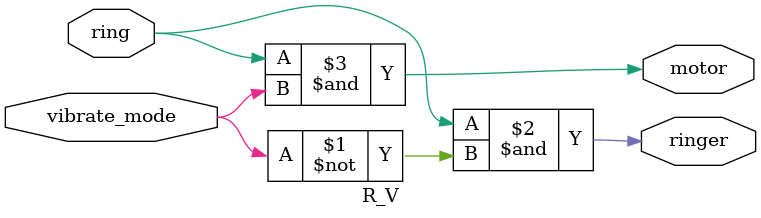
<source format=v>
module R_V(
    input ring,
    input vibrate_mode,
    output ringer,       // Make sound
    output motor         // Vibrate
);
    assign ringer = (ring & ~vibrate_mode );
    assign motor =  (ring & vibrate_mode ) ;
     

endmodule

</source>
